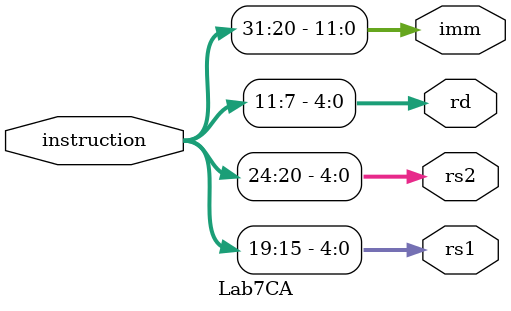
<source format=v>
module Lab7CA (instruction, rs1, rs2, rd, imm);
input[31:0] instruction;

output wire[4:0] rs1, rs2, rd;
output wire[11:0] imm;

assign rd = instruction[11:7];
assign rs1 = instruction[19:15];
assign rs2 = instruction[24:20];
assign imm = instruction[31:20];

endmodule

</source>
